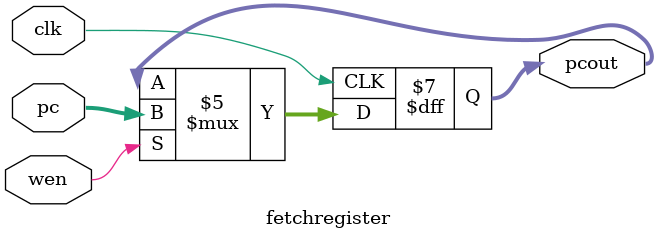
<source format=v>
module fetchregister(input wire [23:0] pc,output reg [23:0] pcout,input clk,input wen);

initial begin
pcout=0;

end
always@(posedge clk) begin
if(wen==1'b1)
pcout=pc;



end


endmodule
</source>
